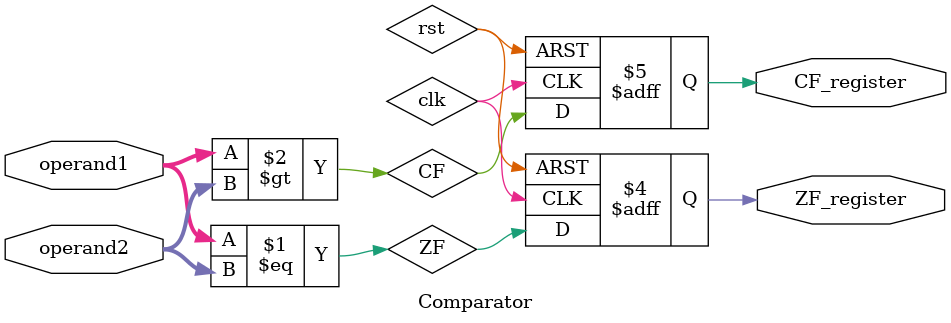
<source format=v>
module Comparator(
  input [17:0] operand1,
  input [17:0] operand2,
  output reg ZF_register,
  output reg CF_register
);

  assign ZF = (operand1 == operand2);
  assign CF = (operand1 > operand2);

  always @(posedge clk or posedge rst) begin
    if (rst) begin
      ZF_register <= 1'b0; // Reset the ZF register to 0
      CF_register <= 1'b0; // Reset the CF register to 0
    end else begin
      ZF_register <= ZF;    // Store ZF in the ZF register
      CF_register <= CF;    // Store CF in the CF register
    end
  end

endmodule

</source>
